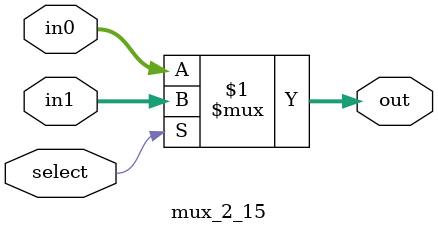
<source format=v>
module mux_2_15(select, in0, in1, out);
  input select;
  input [14:0] in0, in1;
  output [14:0] out;
  assign out = select ? in1 : in0;
endmodule

</source>
